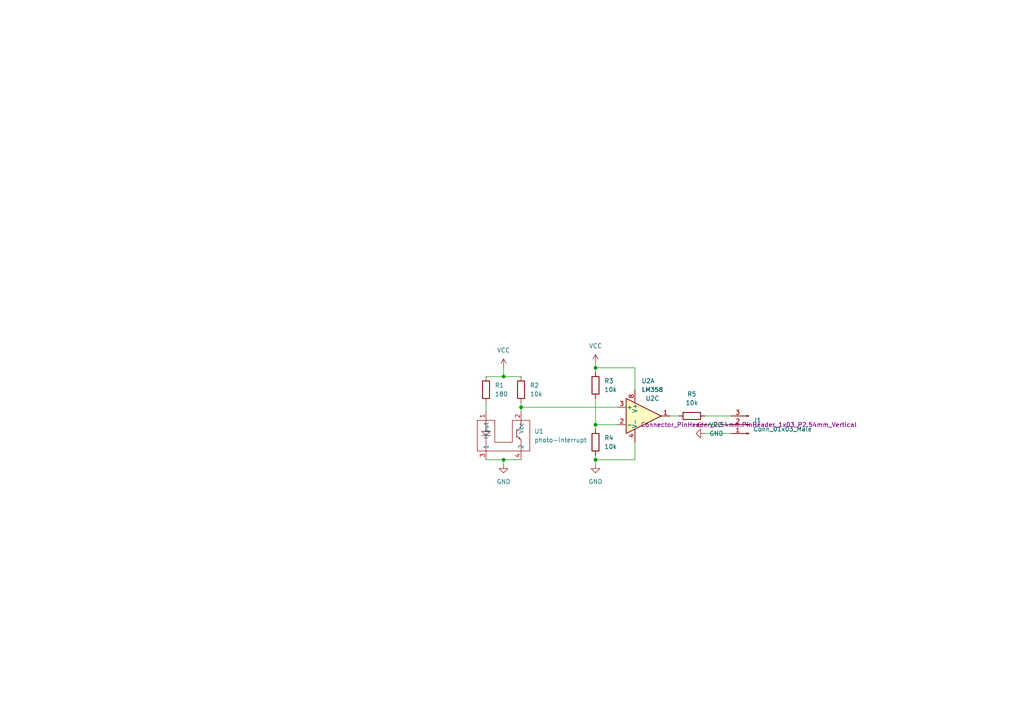
<source format=kicad_sch>
(kicad_sch (version 20211123) (generator eeschema)
  (paper "A4")
  (lib_symbols
    (symbol "Amplifier_Operational:LM358" (pin_names (offset 0.127))
      (property "Reference" "U" (at 0 5.08 0))
      (property "Value" "LM358" (at 0 -5.08 0))
      (symbol "LM358_1_1"
        (polyline (pts (xy -5.08 5.08) (xy 5.08 0) (xy -5.08 -5.08) (xy -5.08 5.08)) (stroke (width 0.254)) (fill (type background)))
        (pin output line (at 7.62 0 180) (length 2.54) (name "~") (number "1"))
        (pin input line (at -7.62 -2.54 0) (length 2.54) (name "-") (number "2"))
        (pin input line (at -7.62 2.54 0) (length 2.54) (name "+") (number "3"))
      )
      (symbol "LM358_2_1"
        (polyline (pts (xy -5.08 5.08) (xy 5.08 0) (xy -5.08 -5.08) (xy -5.08 5.08)) (stroke (width 0.254)) (fill (type background)))
        (pin input line (at -7.62 2.54 0) (length 2.54) (name "+") (number "5"))
        (pin input line (at -7.62 -2.54 0) (length 2.54) (name "-") (number "6"))
        (pin output line (at 7.62 0 180) (length 2.54) (name "~") (number "7"))
      )
      (symbol "LM358_3_1"
        (pin power_in line (at -2.54 -7.62 90) (length 3.81) (name "V-") (number "4"))
        (pin power_in line (at -2.54 7.62 270) (length 3.81) (name "V+") (number "8"))
      )
    )
    (symbol "Connector:Conn_01x03_Male" (pin_names (offset 1.016) hide)
      (property "Reference" "J" (at 0 5.08 0))
      (property "Value" "Conn_01x03_Male" (at 0 -5.08 0))
      (symbol "Conn_01x03_Male_1_1"
        (polyline (pts (xy 1.27 -2.54) (xy 0.8636 -2.54)) (stroke (width 0.1524)))
        (polyline (pts (xy 1.27 0) (xy 0.8636 0)) (stroke (width 0.1524)))
        (polyline (pts (xy 1.27 2.54) (xy 0.8636 2.54)) (stroke (width 0.1524)))
        (rectangle (start 0.8636 -2.413) (end 0 -2.667) (stroke (width 0.1524)) (fill (type outline)))
        (rectangle (start 0.8636 0.127) (end 0 -0.127) (stroke (width 0.1524)) (fill (type outline)))
        (rectangle (start 0.8636 2.667) (end 0 2.413) (stroke (width 0.1524)) (fill (type outline)))
        (pin passive line (at 5.08 2.54 180) (length 3.81) (name "Pin_1") (number "1"))
        (pin passive line (at 5.08 0 180) (length 3.81) (name "Pin_2") (number "2"))
        (pin passive line (at 5.08 -2.54 180) (length 3.81) (name "Pin_3") (number "3"))
      )
    )
    (symbol "Device:R" (pin_numbers hide) (pin_names (offset 0))
      (property "Reference" "R" (at 2.032 0 90))
      (property "Value" "R" (at 0 0 90))
      (symbol "R_0_1"
        (rectangle (start -1.016 -2.54) (end 1.016 2.54) (stroke (width 0.254)))
      )
      (symbol "R_1_1"
        (pin passive line (at 0 3.81 270) (length 1.27) (name "~") (number "1"))
        (pin passive line (at 0 -3.81 90) (length 1.27) (name "~") (number "2"))
      )
    )
    (symbol "New_Library:photo-interrupt"
      (property "Reference" "U1" (at 8.89 3.1751 0))
      (property "Value" "photo-interrupt" (at 8.89 0.6351 0))
      (symbol "photo-interrupt_0_1"
        (polyline (pts (xy -6.35 1.905) (xy -3.81 1.905)))
        (polyline (pts (xy -5.08 1.905) (xy -5.08 -2.54)))
        (polyline (pts (xy 3.81 3.81) (xy 3.81 1.27)))
        (polyline (pts (xy 5.08 0.635) (xy 5.08 -2.54)))
        (polyline (pts (xy 5.08 6.35) (xy 5.08 4.445)))
        (polyline (pts (xy 5.08 4.445) (xy 3.81 3.175) (xy 3.81 1.905) (xy 5.08 0.635)))
        (polyline (pts (xy -5.08 6.35) (xy -5.08 3.175) (xy -6.35 3.175) (xy -5.08 1.905) (xy -3.81 3.175) (xy -5.08 3.175)))
        (polyline (pts (xy 4.826 0.9144) (xy 4.699 1.3462) (xy 4.4196 1.016) (xy 4.826 0.9144) (xy 4.6736 1.143) (xy 4.572 1.0668)))
        (polyline (pts (xy -7.62 -2.54) (xy 7.62 -2.54) (xy 7.62 6.35) (xy 2.54 6.35) (xy 2.54 0) (xy -2.54 0) (xy -2.54 6.35) (xy -7.62 6.35) (xy -7.62 -2.54)))
      )
      (symbol "photo-interrupt_1_1"
        (pin input line (at -5.08 8.89 270) (length 2.54) (name "Input") (number "1"))
        (pin input line (at 5.08 8.89 270) (length 2.54) (name "Vcc") (number "2"))
        (pin input line (at -5.08 -5.08 90) (length 2.54) (name "1") (number "3"))
        (pin input line (at 5.08 -5.08 90) (length 2.54) (name "2") (number "4"))
      )
    )
    (symbol "power:GND" (power) (pin_names (offset 0))
      (property "Value" "GND" (at 0 -3.81 0))
      (symbol "GND_0_1"
        (polyline (pts (xy 0 0) (xy 0 -1.27) (xy 1.27 -1.27) (xy 0 -2.54) (xy -1.27 -1.27) (xy 0 -1.27)))
      )
      (symbol "GND_1_1"
        (pin power_in line (at 0 0 270) (length 0) hide (name "GND") (number "1"))
      )
    )
    (symbol "power:VCC" (power) (pin_names (offset 0))
      (property "Value" "VCC" (at 0 3.81 0))
      (symbol "VCC_0_1"
        (polyline (pts (xy -0.762 1.27) (xy 0 2.54)))
        (polyline (pts (xy 0 0) (xy 0 2.54)))
        (polyline (pts (xy 0 2.54) (xy 0.762 1.27)))
      )
      (symbol "VCC_1_1"
        (pin power_in line (at 0 0 90) (length 0) hide (name "VCC") (number "1"))
      )
    )
  )
  (junction (at 172.72 133.35))
  (junction (at 172.72 106.68))
  (junction (at 151.13 118.11))
  (junction (at 172.72 123.19))
  (junction (at 146.05 109.22))
  (junction (at 146.05 133.35))
  (wire (pts (xy 140.97 133.35) (xy 146.05 133.35)))
  (wire (pts (xy 172.72 132.08) (xy 172.72 133.35)))
  (wire (pts (xy 172.72 106.68) (xy 184.15 106.68)))
  (wire (pts (xy 172.72 115.57) (xy 172.72 123.19)))
  (wire (pts (xy 172.72 105.41) (xy 172.72 106.68)))
  (wire (pts (xy 172.72 123.19) (xy 172.72 124.46)))
  (wire (pts (xy 194.31 120.65) (xy 196.85 120.65)))
  (wire (pts (xy 146.05 106.68) (xy 146.05 109.22)))
  (wire (pts (xy 151.13 118.11) (xy 151.13 119.38)))
  (wire (pts (xy 140.97 109.22) (xy 146.05 109.22)))
  (wire (pts (xy 172.72 123.19) (xy 179.07 123.19)))
  (wire (pts (xy 184.15 128.27) (xy 184.15 133.35)))
  (wire (pts (xy 172.72 133.35) (xy 172.72 134.62)))
  (wire (pts (xy 146.05 133.35) (xy 151.13 133.35)))
  (wire (pts (xy 140.97 116.84) (xy 140.97 119.38)))
  (wire (pts (xy 172.72 106.68) (xy 172.72 107.95)))
  (wire (pts (xy 204.47 123.19) (xy 212.09 123.19)))
  (wire (pts (xy 204.47 125.73) (xy 212.09 125.73)))
  (wire (pts (xy 184.15 133.35) (xy 172.72 133.35)))
  (wire (pts (xy 151.13 116.84) (xy 151.13 118.11)))
  (wire (pts (xy 184.15 106.68) (xy 184.15 113.03)))
  (wire (pts (xy 146.05 109.22) (xy 151.13 109.22)))
  (wire (pts (xy 151.13 118.11) (xy 179.07 118.11)))
  (wire (pts (xy 146.05 133.35) (xy 146.05 134.62)))
  (wire (pts (xy 204.47 120.65) (xy 212.09 120.65)))
  (symbol (lib_id "Device:R") (at 200.66 120.65 90) (unit 1)
    (property "Reference" "R5" (at 200.66 114.3 90))
    (property "Value" "10k" (at 200.66 116.84 90))
    (property "Footprint" "Resistor_THT:R_Axial_DIN0207_L6.3mm_D2.5mm_P7.62mm_Horizontal" (effects hide))
  )
  (symbol (lib_id "power:GND") (at 146.05 134.62 0) (unit 1)
    (property "Reference" "#PWR0106" (effects hide))
    (property "Value" "GND" (at 146.05 139.7 0))
  )
  (symbol (lib_id "Amplifier_Operational:LM358") (at 186.69 120.65 0) (unit 1)
    (property "Reference" "U2" (at 187.96 110.49 0))
    (property "Value" "LM358" (at 189.23 113.03 0))
    (property "Footprint" "Package_DIP:DIP-8_W7.62mm" (effects hide))
    (property "Datasheet" "http://www.ti.com/lit/ds/symlink/lm2904-n.pdf" (effects hide))
  )
  (symbol (lib_id "Amplifier_Operational:LM358") (at 186.69 120.65 0) (unit 3)
    (property "Reference" "U2" (at 189.23 115.57 0))
    (property "Value" "LM358" (at 189.23 113.03 0))
    (property "Footprint" "Package_DIP:DIP-8_W7.62mm" (effects hide))
    (property "Datasheet" "http://www.ti.com/lit/ds/symlink/lm2904-n.pdf" (effects hide))
  )
  (symbol (lib_id "power:VCC") (at 172.72 105.41 0) (unit 1)
    (property "Reference" "#PWR0105" (effects hide))
    (property "Value" "VCC" (at 172.72 100.33 0))
  )
  (symbol (lib_id "Device:R") (at 140.97 113.03 0) (unit 1)
    (property "Reference" "R1" (at 143.51 111.7599 0) (effects (justify left)))
    (property "Value" "180" (at 143.51 114.2999 0) (effects (justify left)))
    (property "Footprint" "Resistor_THT:R_Axial_DIN0207_L6.3mm_D2.5mm_P7.62mm_Horizontal" (effects hide))
  )
  (symbol (lib_id "power:GND") (at 172.72 134.62 0) (unit 1)
    (property "Reference" "#PWR0102" (effects hide))
    (property "Value" "GND" (at 172.72 139.7 0))
  )
  (symbol (lib_id "Connector:Conn_01x03_Male") (at 217.17 123.19 180) (unit 1)
    (property "Reference" "J1" (at 218.44 121.9199 0) (effects (justify right)))
    (property "Value" "Conn_01x03_Male" (at 218.44 124.4599 0) (effects (justify right)))
    (property "Footprint" "Connector_PinHeader_2.54mm:PinHeader_1x03_P2.54mm_Vertical" (at 217.17 123.19 0))
  )
  (symbol (lib_id "power:VCC") (at 146.05 106.68 0) (unit 1)
    (property "Reference" "#PWR0101" (effects hide))
    (property "Value" "VCC" (at 146.05 101.6 0))
  )
  (symbol (lib_id "Device:R") (at 151.13 113.03 0) (unit 1)
    (property "Reference" "R2" (at 153.67 111.7599 0) (effects (justify left)))
    (property "Value" "10k" (at 153.67 114.2999 0) (effects (justify left)))
    (property "Footprint" "Resistor_THT:R_Axial_DIN0207_L6.3mm_D2.5mm_P7.62mm_Horizontal" (effects hide))
  )
  (symbol (lib_id "New_Library:photo-interrupt") (at 146.05 128.27 0) (unit 1)
    (property "Reference" "U1" (at 154.94 125.0949 0) (effects (justify left)))
    (property "Value" "photo-interrupt" (at 154.94 127.6349 0) (effects (justify left)))
    (property "Footprint" "Library:photo-resistor" (effects hide))
  )
  (symbol (lib_id "power:GND") (at 204.47 125.73 270) (unit 1)
    (property "Reference" "#PWR0104" (effects hide))
    (property "Value" "GND" (at 205.74 125.7299 90) (effects (justify left)))
  )
  (symbol (lib_id "power:VCC") (at 204.47 123.19 90) (unit 1)
    (property "Reference" "#PWR0103" (effects hide))
    (property "Value" "VCC" (at 205.74 123.1899 90) (effects (justify right)))
  )
  (symbol (lib_id "Device:R") (at 172.72 128.27 0) (unit 1)
    (property "Reference" "R4" (at 175.26 126.9999 0) (effects (justify left)))
    (property "Value" "10k" (at 175.26 129.5399 0) (effects (justify left)))
    (property "Footprint" "Resistor_THT:R_Axial_DIN0207_L6.3mm_D2.5mm_P7.62mm_Horizontal" (effects hide))
  )
  (symbol (lib_id "Device:R") (at 172.72 111.76 0) (unit 1)
    (property "Reference" "R3" (at 175.26 110.4899 0) (effects (justify left)))
    (property "Value" "10k" (at 175.26 113.0299 0) (effects (justify left)))
    (property "Footprint" "Resistor_THT:R_Axial_DIN0207_L6.3mm_D2.5mm_P7.62mm_Horizontal" (effects hide))
  )
)
</source>
